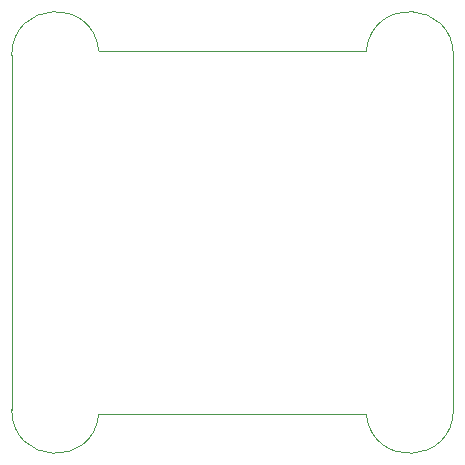
<source format=gbr>
%TF.GenerationSoftware,KiCad,Pcbnew,7.0.7*%
%TF.CreationDate,2023-11-23T16:05:49-08:00*%
%TF.ProjectId,MIPI2HDMI,4d495049-3248-4444-9d49-2e6b69636164,R1*%
%TF.SameCoordinates,Original*%
%TF.FileFunction,Profile,NP*%
%FSLAX46Y46*%
G04 Gerber Fmt 4.6, Leading zero omitted, Abs format (unit mm)*
G04 Created by KiCad (PCBNEW 7.0.7) date 2023-11-23 16:05:49*
%MOMM*%
%LPD*%
G01*
G04 APERTURE LIST*
%TA.AperFunction,Profile*%
%ADD10C,0.100000*%
%TD*%
G04 APERTURE END LIST*
D10*
X125124001Y-70800000D02*
X102475999Y-70800000D01*
X102475999Y-70800000D02*
G75*
G03*
X95102302Y-71200000I-3675999J-400000D01*
G01*
X95099319Y-101200000D02*
G75*
G03*
X102479000Y-101600000I3700681J0D01*
G01*
X132497698Y-71200000D02*
X132500000Y-101200000D01*
X95102302Y-71200000D02*
X95099319Y-101200000D01*
X125121689Y-101600034D02*
G75*
G03*
X132500000Y-101200000I3678311J400034D01*
G01*
X102479000Y-101600000D02*
X125122000Y-101600000D01*
X132497697Y-71200000D02*
G75*
G03*
X125124002Y-70800000I-3697697J0D01*
G01*
M02*

</source>
